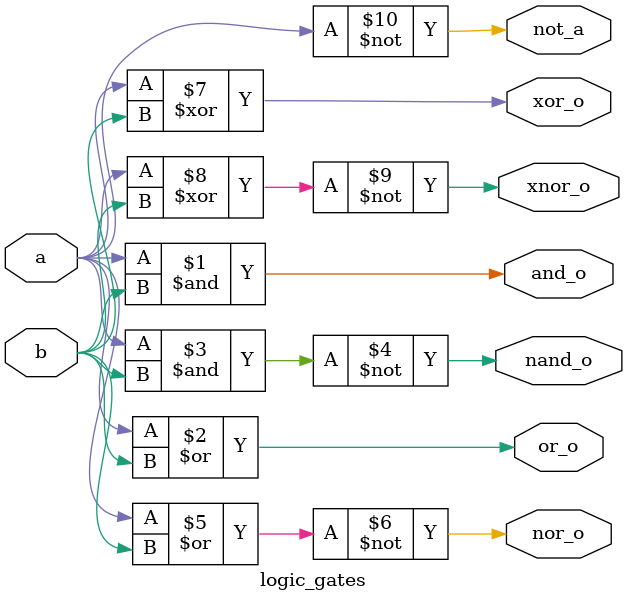
<source format=v>
module logic_gates(
	input wire a,b,
	output wire not_a,and_o,or_o,nand_o,nor_o, xor_o,xnor_o
);
not not1(not_a, a);
and and1(and_o, a, b);
or or1(or_o, a, b);
nand nand1(nand_o, a, b);
nor nor1(nor_o, a, b);
xor xor1(xor_o, a, b);
xnor xnor1(xnor_o, a, b);
endmodule

</source>
